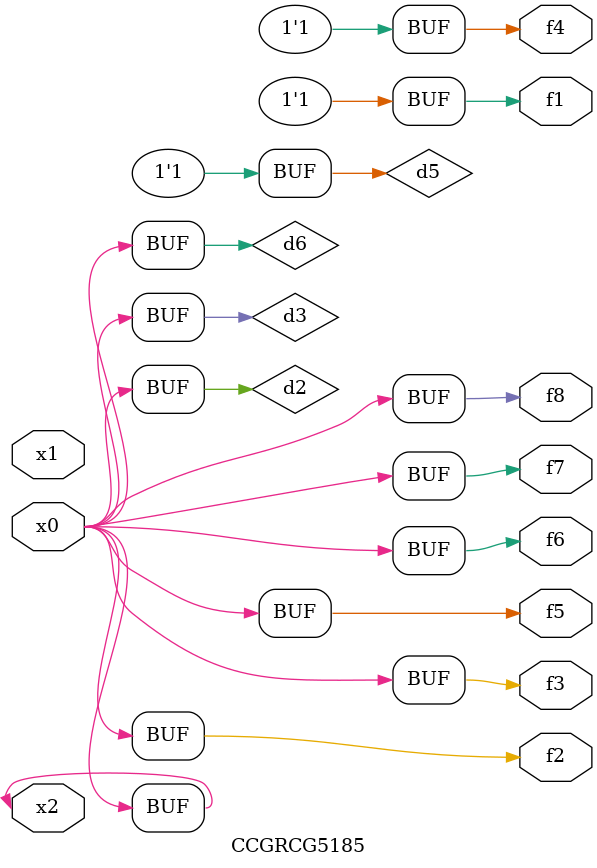
<source format=v>
module CCGRCG5185(
	input x0, x1, x2,
	output f1, f2, f3, f4, f5, f6, f7, f8
);

	wire d1, d2, d3, d4, d5, d6;

	xnor (d1, x2);
	buf (d2, x0, x2);
	and (d3, x0);
	xnor (d4, x1, x2);
	nand (d5, d1, d3);
	buf (d6, d2, d3);
	assign f1 = d5;
	assign f2 = d6;
	assign f3 = d6;
	assign f4 = d5;
	assign f5 = d6;
	assign f6 = d6;
	assign f7 = d6;
	assign f8 = d6;
endmodule

</source>
